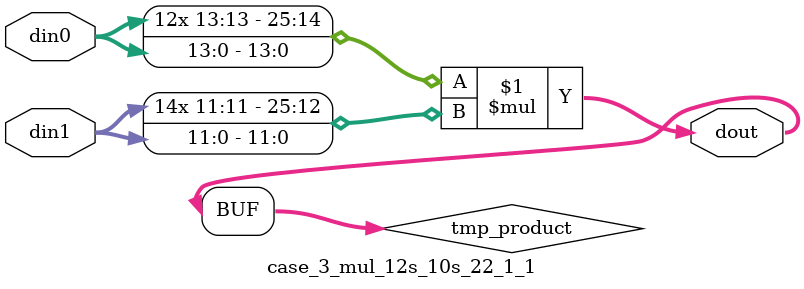
<source format=v>

`timescale 1 ns / 1 ps

 (* use_dsp = "no" *)  module case_3_mul_12s_10s_22_1_1(din0, din1, dout);
parameter ID = 1;
parameter NUM_STAGE = 0;
parameter din0_WIDTH = 14;
parameter din1_WIDTH = 12;
parameter dout_WIDTH = 26;

input [din0_WIDTH - 1 : 0] din0; 
input [din1_WIDTH - 1 : 0] din1; 
output [dout_WIDTH - 1 : 0] dout;

wire signed [dout_WIDTH - 1 : 0] tmp_product;



























assign tmp_product = $signed(din0) * $signed(din1);








assign dout = tmp_product;





















endmodule

</source>
